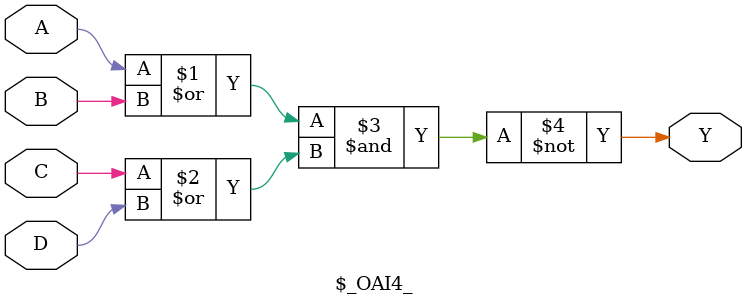
<source format=v>
module \$_OAI4_ (A, B, C, D, Y);
input A, B, C, D;
output Y;
assign Y = ~((A | B) & (C | D));
endmodule
</source>
